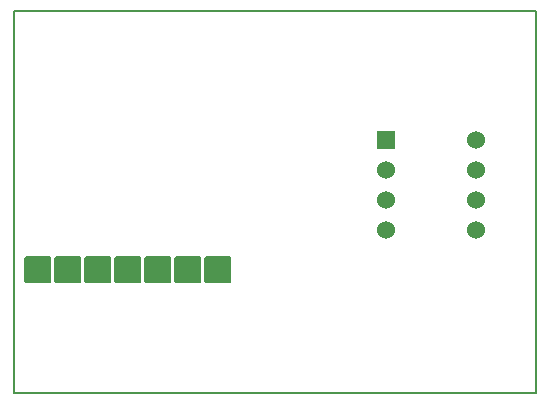
<source format=gbr>
G04 PROTEUS GERBER X2 FILE*
%TF.GenerationSoftware,Labcenter,Proteus,8.5-SP0-Build22067*%
%TF.CreationDate,2018-05-26T17:21:35+00:00*%
%TF.FileFunction,Soldermask,Top*%
%TF.FilePolarity,Negative*%
%TF.Part,Single*%
%FSLAX45Y45*%
%MOMM*%
G01*
%AMPPAD008*
4,1,36,
0.762000,0.635000,
0.762000,-0.635000,
0.759470,-0.660970,
0.752200,-0.684980,
0.740650,-0.706580,
0.725290,-0.725290,
0.706570,-0.740650,
0.684980,-0.752200,
0.660970,-0.759470,
0.635000,-0.762000,
-0.635000,-0.762000,
-0.660970,-0.759470,
-0.684980,-0.752200,
-0.706570,-0.740650,
-0.725290,-0.725290,
-0.740650,-0.706580,
-0.752200,-0.684980,
-0.759470,-0.660970,
-0.762000,-0.635000,
-0.762000,0.635000,
-0.759470,0.660970,
-0.752200,0.684980,
-0.740650,0.706580,
-0.725290,0.725290,
-0.706570,0.740650,
-0.684980,0.752200,
-0.660970,0.759470,
-0.635000,0.762000,
0.635000,0.762000,
0.660970,0.759470,
0.684980,0.752200,
0.706570,0.740650,
0.725290,0.725290,
0.740650,0.706580,
0.752200,0.684980,
0.759470,0.660970,
0.762000,0.635000,
0*%
%TA.AperFunction,Material*%
%ADD18PPAD008*%
%ADD19C,1.524000*%
%AMPPAD010*
4,1,36,
-1.016000,1.143000,
1.016000,1.143000,
1.041970,1.140470,
1.065980,1.133200,
1.087580,1.121650,
1.106290,1.106290,
1.121650,1.087570,
1.133200,1.065980,
1.140470,1.041970,
1.143000,1.016000,
1.143000,-1.016000,
1.140470,-1.041970,
1.133200,-1.065980,
1.121650,-1.087570,
1.106290,-1.106290,
1.087580,-1.121650,
1.065980,-1.133200,
1.041970,-1.140470,
1.016000,-1.143000,
-1.016000,-1.143000,
-1.041970,-1.140470,
-1.065980,-1.133200,
-1.087580,-1.121650,
-1.106290,-1.106290,
-1.121650,-1.087570,
-1.133200,-1.065980,
-1.140470,-1.041970,
-1.143000,-1.016000,
-1.143000,1.016000,
-1.140470,1.041970,
-1.133200,1.065980,
-1.121650,1.087570,
-1.106290,1.106290,
-1.087580,1.121650,
-1.065980,1.133200,
-1.041970,1.140470,
-1.016000,1.143000,
0*%
%ADD70PPAD010*%
%TA.AperFunction,Profile*%
%ADD13C,0.203200*%
D18*
X+1051000Y+406000D03*
D19*
X+1051000Y+152000D03*
X+1051000Y-102000D03*
X+1051000Y-356000D03*
X+1813000Y-356000D03*
X+1813000Y-102000D03*
X+1813000Y+152000D03*
X+1813000Y+406000D03*
D70*
X-1903000Y-696000D03*
X-1649000Y-696000D03*
X-1395000Y-696000D03*
X-1141000Y-696000D03*
X-887000Y-696000D03*
X-633000Y-696000D03*
X-379000Y-696000D03*
D13*
X-2100000Y-1735000D02*
X+2315000Y-1735000D01*
X+2315000Y+1502000D01*
X-2100000Y+1502000D01*
X-2100000Y-1735000D01*
M02*

</source>
